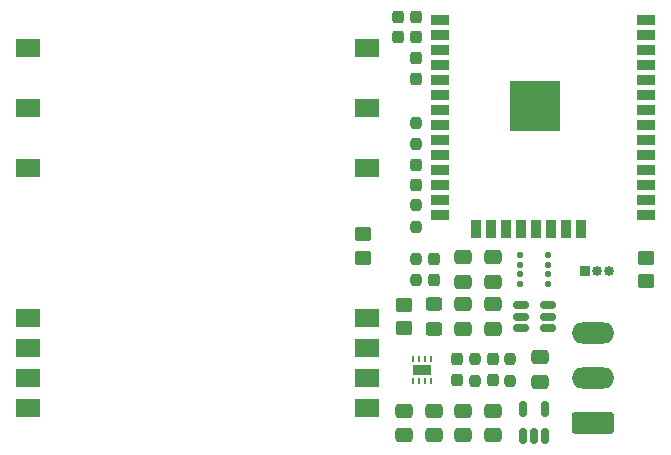
<source format=gbr>
%TF.GenerationSoftware,KiCad,Pcbnew,8.0.6*%
%TF.CreationDate,2025-02-17T14:25:19+01:00*%
%TF.ProjectId,KWLcontrol,4b574c63-6f6e-4747-926f-6c2e6b696361,rev?*%
%TF.SameCoordinates,Original*%
%TF.FileFunction,Soldermask,Top*%
%TF.FilePolarity,Negative*%
%FSLAX46Y46*%
G04 Gerber Fmt 4.6, Leading zero omitted, Abs format (unit mm)*
G04 Created by KiCad (PCBNEW 8.0.6) date 2025-02-17 14:25:19*
%MOMM*%
%LPD*%
G01*
G04 APERTURE LIST*
G04 Aperture macros list*
%AMRoundRect*
0 Rectangle with rounded corners*
0 $1 Rounding radius*
0 $2 $3 $4 $5 $6 $7 $8 $9 X,Y pos of 4 corners*
0 Add a 4 corners polygon primitive as box body*
4,1,4,$2,$3,$4,$5,$6,$7,$8,$9,$2,$3,0*
0 Add four circle primitives for the rounded corners*
1,1,$1+$1,$2,$3*
1,1,$1+$1,$4,$5*
1,1,$1+$1,$6,$7*
1,1,$1+$1,$8,$9*
0 Add four rect primitives between the rounded corners*
20,1,$1+$1,$2,$3,$4,$5,0*
20,1,$1+$1,$4,$5,$6,$7,0*
20,1,$1+$1,$6,$7,$8,$9,0*
20,1,$1+$1,$8,$9,$2,$3,0*%
G04 Aperture macros list end*
%ADD10RoundRect,0.250000X-0.475000X0.337500X-0.475000X-0.337500X0.475000X-0.337500X0.475000X0.337500X0*%
%ADD11RoundRect,0.250000X0.475000X-0.337500X0.475000X0.337500X-0.475000X0.337500X-0.475000X-0.337500X0*%
%ADD12R,2.030000X1.500000*%
%ADD13RoundRect,0.237500X-0.237500X0.287500X-0.237500X-0.287500X0.237500X-0.287500X0.237500X0.287500X0*%
%ADD14RoundRect,0.237500X-0.237500X0.300000X-0.237500X-0.300000X0.237500X-0.300000X0.237500X0.300000X0*%
%ADD15RoundRect,0.237500X0.237500X-0.287500X0.237500X0.287500X-0.237500X0.287500X-0.237500X-0.287500X0*%
%ADD16RoundRect,0.250000X1.550000X-0.650000X1.550000X0.650000X-1.550000X0.650000X-1.550000X-0.650000X0*%
%ADD17O,3.600000X1.800000*%
%ADD18R,0.850000X0.850000*%
%ADD19O,0.850000X0.850000*%
%ADD20RoundRect,0.250000X-0.450000X0.350000X-0.450000X-0.350000X0.450000X-0.350000X0.450000X0.350000X0*%
%ADD21RoundRect,0.062500X0.062500X-0.187500X0.062500X0.187500X-0.062500X0.187500X-0.062500X-0.187500X0*%
%ADD22R,1.600000X0.900000*%
%ADD23RoundRect,0.237500X-0.237500X0.250000X-0.237500X-0.250000X0.237500X-0.250000X0.237500X0.250000X0*%
%ADD24RoundRect,0.237500X0.237500X-0.250000X0.237500X0.250000X-0.237500X0.250000X-0.237500X-0.250000X0*%
%ADD25RoundRect,0.150000X0.150000X-0.512500X0.150000X0.512500X-0.150000X0.512500X-0.150000X-0.512500X0*%
%ADD26RoundRect,0.250000X0.450000X-0.350000X0.450000X0.350000X-0.450000X0.350000X-0.450000X-0.350000X0*%
%ADD27RoundRect,0.250000X0.450000X-0.325000X0.450000X0.325000X-0.450000X0.325000X-0.450000X-0.325000X0*%
%ADD28RoundRect,0.125000X-0.137500X0.125000X-0.137500X-0.125000X0.137500X-0.125000X0.137500X0.125000X0*%
%ADD29RoundRect,0.150000X0.512500X0.150000X-0.512500X0.150000X-0.512500X-0.150000X0.512500X-0.150000X0*%
%ADD30RoundRect,0.237500X0.237500X-0.300000X0.237500X0.300000X-0.237500X0.300000X-0.237500X-0.300000X0*%
%ADD31R,1.500000X0.900000*%
%ADD32R,0.900000X1.500000*%
%ADD33C,0.600000*%
%ADD34R,4.200000X4.200000*%
G04 APERTURE END LIST*
D10*
%TO.C,C12*%
X153000000Y-133962500D03*
X153000000Y-136037500D03*
%TD*%
D11*
%TO.C,C10*%
X153000000Y-132037500D03*
X153000000Y-129962500D03*
%TD*%
D10*
%TO.C,C6*%
X150500000Y-129962500D03*
X150500000Y-132037500D03*
%TD*%
D12*
%TO.C,PS1*%
X113650000Y-112260000D03*
X113650000Y-117340000D03*
X113650000Y-122420000D03*
X113650000Y-135120000D03*
X113650000Y-137660000D03*
X113650000Y-140200000D03*
X113650000Y-142740000D03*
X142350000Y-142740000D03*
X142350000Y-140200000D03*
X142350000Y-137660000D03*
X142350000Y-135120000D03*
X142350000Y-122420000D03*
X142350000Y-117340000D03*
X142350000Y-112260000D03*
%TD*%
D13*
%TO.C,D4*%
X146500000Y-122125000D03*
X146500000Y-123875000D03*
%TD*%
D10*
%TO.C,C2*%
X150500000Y-133962500D03*
X150500000Y-136037500D03*
%TD*%
D14*
%TO.C,C3*%
X146500000Y-113137500D03*
X146500000Y-114862500D03*
%TD*%
D15*
%TO.C,D1*%
X150000000Y-140375000D03*
X150000000Y-138625000D03*
%TD*%
D16*
%TO.C,J2*%
X161500000Y-144000000D03*
D17*
X161500000Y-140190000D03*
X161500000Y-136380000D03*
%TD*%
D18*
%TO.C,J3*%
X160830000Y-131100000D03*
D19*
X161830000Y-131100000D03*
X162830000Y-131100000D03*
%TD*%
D20*
%TO.C,R2*%
X145500000Y-134000000D03*
X145500000Y-136000000D03*
%TD*%
D11*
%TO.C,C5*%
X153000000Y-145037500D03*
X153000000Y-142962500D03*
%TD*%
D21*
%TO.C,U2*%
X146250000Y-140450000D03*
X146750000Y-140450000D03*
X147250000Y-140450000D03*
X147750000Y-140450000D03*
X147750000Y-138550000D03*
X147250000Y-138550000D03*
X146750000Y-138550000D03*
X146250000Y-138550000D03*
D22*
X147000000Y-139500000D03*
%TD*%
D23*
%TO.C,R6*%
X154500000Y-138587500D03*
X154500000Y-140412500D03*
%TD*%
D24*
%TO.C,R4*%
X146500000Y-120412500D03*
X146500000Y-118587500D03*
%TD*%
D25*
%TO.C,U3*%
X155550000Y-145137500D03*
X156500000Y-145137500D03*
X157450000Y-145137500D03*
X157450000Y-142862500D03*
X155550000Y-142862500D03*
%TD*%
D26*
%TO.C,R9*%
X142000000Y-130000000D03*
X142000000Y-128000000D03*
%TD*%
D27*
%TO.C,L2*%
X148000000Y-136025000D03*
X148000000Y-133975000D03*
%TD*%
D14*
%TO.C,C9*%
X145000000Y-109637500D03*
X145000000Y-111362500D03*
%TD*%
D24*
%TO.C,R5*%
X151500000Y-140412500D03*
X151500000Y-138587500D03*
%TD*%
D28*
%TO.C,U5*%
X157687500Y-129800000D03*
X157687500Y-130600000D03*
X157687500Y-131400000D03*
X157687500Y-132200000D03*
X155312500Y-132200000D03*
X155312500Y-131400000D03*
X155312500Y-130600000D03*
X155312500Y-129800000D03*
%TD*%
D11*
%TO.C,C11*%
X148000000Y-145037500D03*
X148000000Y-142962500D03*
%TD*%
D29*
%TO.C,U4*%
X157637500Y-135950000D03*
X157637500Y-135000000D03*
X157637500Y-134050000D03*
X155362500Y-134050000D03*
X155362500Y-135000000D03*
X155362500Y-135950000D03*
%TD*%
D30*
%TO.C,C4*%
X146500000Y-111362500D03*
X146500000Y-109637500D03*
%TD*%
D24*
%TO.C,R7*%
X146500000Y-131912500D03*
X146500000Y-130087500D03*
%TD*%
D13*
%TO.C,D2*%
X153000000Y-138625000D03*
X153000000Y-140375000D03*
%TD*%
D11*
%TO.C,C7*%
X145500000Y-145037500D03*
X145500000Y-142962500D03*
%TD*%
D24*
%TO.C,R8*%
X146500000Y-127412500D03*
X146500000Y-125587500D03*
%TD*%
D15*
%TO.C,D3*%
X148000000Y-131875000D03*
X148000000Y-130125000D03*
%TD*%
D11*
%TO.C,C1*%
X157000000Y-140537500D03*
X157000000Y-138462500D03*
%TD*%
D20*
%TO.C,R3*%
X166000000Y-130000000D03*
X166000000Y-132000000D03*
%TD*%
D31*
%TO.C,U1*%
X148505000Y-109860000D03*
X148505000Y-111130000D03*
X148505000Y-112400000D03*
X148505000Y-113670000D03*
X148505000Y-114940000D03*
X148505000Y-116210000D03*
X148505000Y-117480000D03*
X148505000Y-118750000D03*
X148505000Y-120020000D03*
X148505000Y-121290000D03*
X148505000Y-122560000D03*
X148505000Y-123830000D03*
X148505000Y-125100000D03*
X148505000Y-126370000D03*
D32*
X151545000Y-127620000D03*
X152815000Y-127620000D03*
X154085000Y-127620000D03*
X155355000Y-127620000D03*
X156625000Y-127620000D03*
X157895000Y-127620000D03*
X159165000Y-127620000D03*
X160435000Y-127620000D03*
D31*
X166005000Y-126370000D03*
X166005000Y-125100000D03*
X166005000Y-123830000D03*
X166005000Y-122560000D03*
X166005000Y-121290000D03*
X166005000Y-120020000D03*
X166005000Y-118750000D03*
X166005000Y-117480000D03*
X166005000Y-116210000D03*
X166005000Y-114940000D03*
X166005000Y-113670000D03*
X166005000Y-112400000D03*
X166005000Y-111130000D03*
X166005000Y-109860000D03*
D33*
X155050000Y-116437500D03*
X155050000Y-117962500D03*
X155812500Y-115675000D03*
X155812500Y-117200000D03*
X155812500Y-118725000D03*
X156575000Y-116437500D03*
D34*
X156575000Y-117200000D03*
D33*
X156575000Y-117962500D03*
X157337500Y-115675000D03*
X157337500Y-117200000D03*
X157337500Y-118725000D03*
X158100000Y-116437500D03*
X158100000Y-117962500D03*
%TD*%
D11*
%TO.C,C8*%
X150500000Y-145037500D03*
X150500000Y-142962500D03*
%TD*%
M02*

</source>
